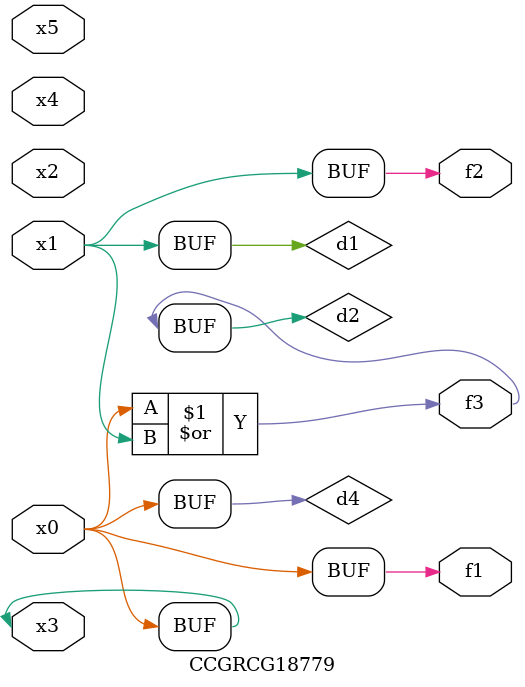
<source format=v>
module CCGRCG18779(
	input x0, x1, x2, x3, x4, x5,
	output f1, f2, f3
);

	wire d1, d2, d3, d4;

	and (d1, x1);
	or (d2, x0, x1);
	nand (d3, x0, x5);
	buf (d4, x0, x3);
	assign f1 = d4;
	assign f2 = d1;
	assign f3 = d2;
endmodule

</source>
